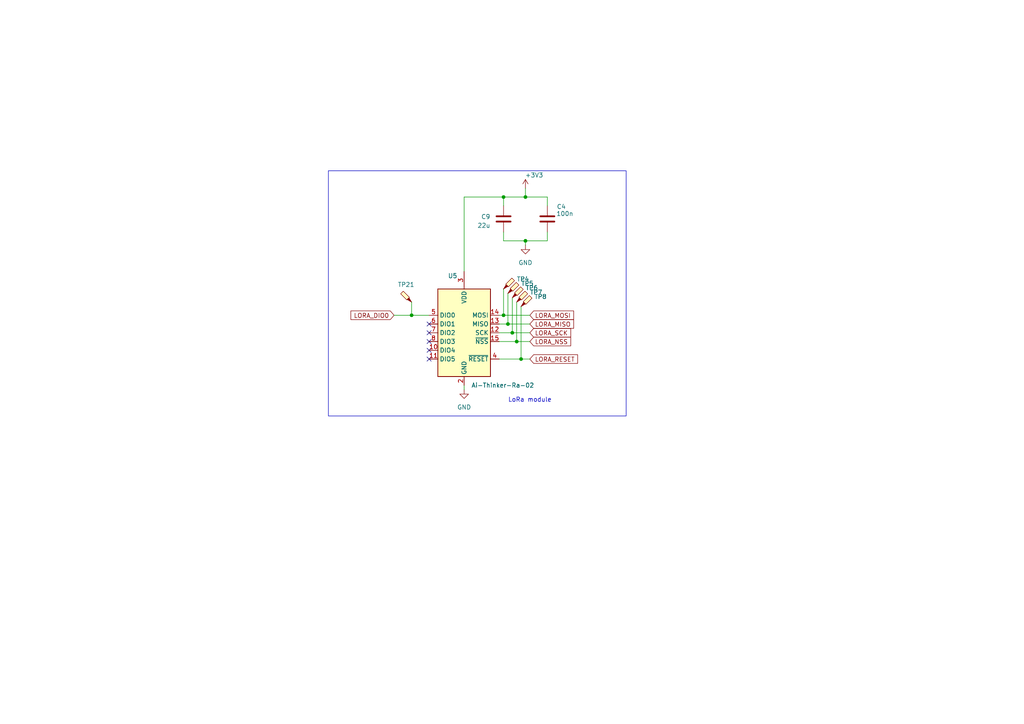
<source format=kicad_sch>
(kicad_sch (version 20231120) (generator "eeschema") (generator_version "8.0")
  (paper "A4")
  (lib_symbols
    (symbol "Connector:TestPoint_Probe" (pin_numbers hide) (pin_names (offset 0.762) hide)
      (property "Reference" "TP" (at 1.651 5.842 0))
      (property "Value" "TestPoint_Probe" (at 1.651 4.064 0))
      (symbol "TestPoint_Probe_0_1"
        (polyline (pts (xy 1.27 0.762) (xy 0 0) (xy 0.762 1.27) (xy 1.27 0.762)) (fill (type outline)))
        (polyline (pts (xy 1.397 0.635) (xy 0.635 1.397) (xy 2.413 3.175) (xy 3.175 2.413) (xy 1.397 0.635)) (fill (type background)))
      )
      (symbol "TestPoint_Probe_1_1"
        (pin passive line (at 0 0 90) (length 0) (name "1") (number "1"))
      )
    )
    (symbol "Device:C" (pin_numbers hide) (pin_names (offset 0.254))
      (property "Reference" "C" (at 0.635 2.54 0))
      (property "Value" "C" (at 0.635 -2.54 0))
      (symbol "C_0_1"
        (polyline (pts (xy -2.032 -0.762) (xy 2.032 -0.762)) (stroke (width 0.508)))
        (polyline (pts (xy -2.032 0.762) (xy 2.032 0.762)) (stroke (width 0.508)))
      )
      (symbol "C_1_1"
        (pin passive line (at 0 3.81 270) (length 2.794) (name "~") (number "1"))
        (pin passive line (at 0 -3.81 90) (length 2.794) (name "~") (number "2"))
      )
    )
    (symbol "RF_Module:Ai-Thinker-Ra-02"
      (property "Reference" "U" (at 2.54 19.05 0))
      (property "Value" "Ai-Thinker-Ra-02" (at 13.97 -15.24 0))
      (symbol "Ai-Thinker-Ra-02_0_1"
        (rectangle (start -7.62 12.7) (end 7.62 -12.7) (stroke (width 0.254)) (fill (type background)))
      )
      (symbol "Ai-Thinker-Ra-02_1_1"
        (pin passive line (at 0 -15.24 90) (length 2.54) hide (name "GND") (number "1"))
        (pin bidirectional line (at 10.16 -5.08 180) (length 2.54) (name "DIO4") (number "10"))
        (pin bidirectional line (at 10.16 -7.62 180) (length 2.54) (name "DIO5") (number "11"))
        (pin input line (at -10.16 0 0) (length 2.54) (name "SCK") (number "12"))
        (pin output line (at -10.16 2.54 0) (length 2.54) (name "MISO") (number "13"))
        (pin input line (at -10.16 5.08 0) (length 2.54) (name "MOSI") (number "14"))
        (pin input line (at -10.16 -2.54 0) (length 2.54) (name "~{NSS}") (number "15"))
        (pin passive line (at 0 -15.24 90) (length 2.54) hide (name "GND") (number "16"))
        (pin power_in line (at 0 -15.24 90) (length 2.54) (name "GND") (number "2"))
        (pin power_in line (at 0 17.78 270) (length 5.08) (name "VDD") (number "3"))
        (pin input line (at -10.16 -7.62 0) (length 2.54) (name "~{RESET}") (number "4"))
        (pin bidirectional line (at 10.16 5.08 180) (length 2.54) (name "DIO0") (number "5"))
        (pin bidirectional line (at 10.16 2.54 180) (length 2.54) (name "DIO1") (number "6"))
        (pin bidirectional line (at 10.16 0 180) (length 2.54) (name "DIO2") (number "7"))
        (pin bidirectional line (at 10.16 -2.54 180) (length 2.54) (name "DIO3") (number "8"))
        (pin passive line (at 0 -15.24 90) (length 2.54) hide (name "GND") (number "9"))
      )
    )
    (symbol "power:+3V3" (power) (pin_names (offset 0))
      (property "Value" "+3V3" (at 0 3.556 0))
      (symbol "+3V3_0_1"
        (polyline (pts (xy -0.762 1.27) (xy 0 2.54)))
        (polyline (pts (xy 0 0) (xy 0 2.54)))
        (polyline (pts (xy 0 2.54) (xy 0.762 1.27)))
      )
      (symbol "+3V3_1_1"
        (pin power_in line (at 0 0 90) (length 0) hide (name "+3V3") (number "1"))
      )
    )
    (symbol "power:GND" (power) (pin_names (offset 0))
      (property "Value" "GND" (at 0 -3.81 0))
      (symbol "GND_0_1"
        (polyline (pts (xy 0 0) (xy 0 -1.27) (xy 1.27 -1.27) (xy 0 -2.54) (xy -1.27 -1.27) (xy 0 -1.27)))
      )
      (symbol "GND_1_1"
        (pin power_in line (at 0 0 270) (length 0) hide (name "GND") (number "1"))
      )
    )
  )
  (junction (at 149.86 99.06))
  (junction (at 146.05 57.15))
  (junction (at 148.59 96.52))
  (junction (at 152.4 69.85))
  (junction (at 147.32 93.98))
  (junction (at 119.38 91.44))
  (junction (at 151.13 104.14))
  (junction (at 152.4 57.15))
  (junction (at 146.05 91.44))
  (no_connect (at 124.46 104.14))
  (no_connect (at 124.46 96.52))
  (no_connect (at 124.46 93.98))
  (no_connect (at 124.46 99.06))
  (no_connect (at 124.46 101.6))
  (wire (pts (xy 146.05 69.85) (xy 146.05 67.31)))
  (wire (pts (xy 134.62 57.15) (xy 146.05 57.15)))
  (wire (pts (xy 114.3 91.44) (xy 119.38 91.44)))
  (wire (pts (xy 144.78 91.44) (xy 146.05 91.44)))
  (wire (pts (xy 146.05 83.82) (xy 146.05 91.44)))
  (wire (pts (xy 147.32 93.98) (xy 153.67 93.98)))
  (wire (pts (xy 152.4 69.85) (xy 146.05 69.85)))
  (wire (pts (xy 148.59 86.36) (xy 148.59 96.52)))
  (wire (pts (xy 149.86 99.06) (xy 153.67 99.06)))
  (wire (pts (xy 134.62 111.76) (xy 134.62 113.03)))
  (wire (pts (xy 144.78 93.98) (xy 147.32 93.98)))
  (wire (pts (xy 144.78 96.52) (xy 148.59 96.52)))
  (wire (pts (xy 149.86 87.63) (xy 149.86 99.06)))
  (wire (pts (xy 146.05 91.44) (xy 153.67 91.44)))
  (wire (pts (xy 158.75 57.15) (xy 158.75 59.69)))
  (wire (pts (xy 158.75 69.85) (xy 152.4 69.85)))
  (wire (pts (xy 148.59 96.52) (xy 153.67 96.52)))
  (wire (pts (xy 134.62 57.15) (xy 134.62 78.74)))
  (wire (pts (xy 158.75 57.15) (xy 152.4 57.15)))
  (wire (pts (xy 158.75 67.31) (xy 158.75 69.85)))
  (wire (pts (xy 152.4 54.61) (xy 152.4 57.15)))
  (wire (pts (xy 146.05 57.15) (xy 146.05 59.69)))
  (wire (pts (xy 144.78 104.14) (xy 151.13 104.14)))
  (wire (pts (xy 147.32 85.09) (xy 147.32 93.98)))
  (wire (pts (xy 144.78 99.06) (xy 149.86 99.06)))
  (wire (pts (xy 152.4 69.85) (xy 152.4 71.12)))
  (wire (pts (xy 119.38 91.44) (xy 124.46 91.44)))
  (wire (pts (xy 119.38 87.63) (xy 119.38 91.44)))
  (wire (pts (xy 151.13 88.9) (xy 151.13 104.14)))
  (wire (pts (xy 152.4 57.15) (xy 146.05 57.15)))
  (wire (pts (xy 151.13 104.14) (xy 153.67 104.14)))
  (rectangle (start 95.25 49.53) (end 181.61 120.65))
  (text "LoRa module" (at 160.02 116.84 0) (effects (font (size 1.27 1.27)) (justify right bottom)))
  (global_label "LORA_DIO0" (shape input) (at 114.3 91.44 180) (property "Intersheetrefs" "${INTERSHEET_REFS}" (effects (hide yes))))
  (global_label "LORA_MOSI" (shape input) (at 153.67 91.44 0) (property "Intersheetrefs" "${INTERSHEET_REFS}" (effects (hide yes))))
  (global_label "LORA_SCK" (shape input) (at 153.67 96.52 0) (property "Intersheetrefs" "${INTERSHEET_REFS}" (effects (hide yes))))
  (global_label "LORA_NSS" (shape input) (at 153.67 99.06 0) (property "Intersheetrefs" "${INTERSHEET_REFS}" (effects (hide yes))))
  (global_label "LORA_RESET" (shape input) (at 153.67 104.14 0) (property "Intersheetrefs" "${INTERSHEET_REFS}" (effects (hide yes))))
  (global_label "LORA_MISO" (shape input) (at 153.67 93.98 0) (property "Intersheetrefs" "${INTERSHEET_REFS}" (effects (hide yes))))
  (symbol (lib_id "Device:C") (at 146.05 63.5 0) (mirror y) (unit 1)
    (property "Reference" "C9" (at 142.24 62.865 0) (effects (justify left)))
    (property "Value" "22u" (at 142.24 65.405 0) (effects (justify left)))
    (property "Footprint" "Capacitor_SMD:C_0603_1608Metric" (effects (hide yes)))
    (property "JLCPCB Part" "C59461" (effects (hide yes)))
    (property "MFR.Part" "CL10A226MQ8NRNC" (effects (hide yes)))
    (instances (project "lora_4-20_10v_i2c" (path "" (reference "C9") (unit 1)) (path "" (reference "C9") (unit 1))) (project "lora_node" (path "" (reference "C3") (unit 1))) (project "esp32_lora_car_battery" (path "" (reference "C10") (unit 1))))
  )
  (symbol (lib_id "power:GND") (at 134.62 113.03 0) (mirror y) (unit 1)
    (property "Reference" "#PWR045" (effects (hide yes)))
    (property "Value" "GND" (at 134.62 118.11 0))
    (instances (project "lora_4-20_10v_i2c" (path "" (reference "#PWR045") (unit 1)) (path "" (reference "#PWR045") (unit 1))) (project "lora_node" (path "" (reference "#PWR06") (unit 1))) (project "esp32_lora_car_battery" (path "" (reference "#PWR022") (unit 1))))
  )
  (symbol (lib_id "Device:C") (at 158.75 63.5 0) (unit 1)
    (property "Reference" "C4" (at 162.814 59.944 0))
    (property "Value" "100n" (at 163.83 61.976 0))
    (property "Footprint" "Capacitor_SMD:C_0402_1005Metric" (effects (hide yes)))
    (property "Voltage" "16" (effects (hide yes)))
    (property "JLCPCB Part" "C1525" (effects (hide yes)))
    (property "MFR.Part" "CL05B104KO5NNNC" (effects (hide yes)))
  )
  (symbol (lib_id "power:+3V3") (at 152.4 54.61 0) (unit 1)
    (property "Reference" "#PWR04" (effects (hide yes)))
    (property "Value" "+3V3" (at 154.94 50.8 0))
  )
  (symbol (lib_id "power:GND") (at 152.4 71.12 0) (mirror y) (unit 1)
    (property "Reference" "#PWR046" (effects (hide yes)))
    (property "Value" "GND" (at 152.4 76.2 0))
    (instances (project "lora_4-20_10v_i2c" (path "" (reference "#PWR046") (unit 1)) (path "" (reference "#PWR046") (unit 1))) (project "lora_node" (path "" (reference "#PWR05") (unit 1))) (project "esp32_lora_car_battery" (path "" (reference "#PWR023") (unit 1))))
  )
  (symbol (lib_id "Connector:TestPoint_Probe") (at 146.05 83.82 0) (unit 1)
    (property "Reference" "TP4" (at 149.86 80.9625 0) (effects (justify left)))
    (property "Value" "TestPoint_Probe" (effects (hide yes)))
    (property "Footprint" "TestPoint:TestPoint_Pad_D1.0mm" (effects (hide yes)))
  )
  (symbol (lib_id "Connector:TestPoint_Probe") (at 151.13 88.9 0) (unit 1)
    (property "Reference" "TP8" (at 154.94 86.0425 0) (effects (justify left)))
    (property "Value" "TestPoint_Probe" (effects (hide yes)))
    (property "Footprint" "TestPoint:TestPoint_Pad_D1.0mm" (effects (hide yes)))
  )
  (symbol (lib_id "Connector:TestPoint_Probe") (at 149.86 87.63 0) (unit 1)
    (property "Reference" "TP7" (at 153.67 84.7725 0) (effects (justify left)))
    (property "Value" "TestPoint_Probe" (effects (hide yes)))
    (property "Footprint" "TestPoint:TestPoint_Pad_D1.0mm" (effects (hide yes)))
  )
  (symbol (lib_id "Connector:TestPoint_Probe") (at 119.38 87.63 90) (unit 1)
    (property "Reference" "TP21" (at 117.7925 82.55 90))
    (property "Value" "TestPoint_Probe" (effects (hide yes)))
    (property "Footprint" "TestPoint:TestPoint_Pad_D1.0mm" (effects (hide yes)))
  )
  (symbol (lib_id "Connector:TestPoint_Probe") (at 147.32 85.09 0) (unit 1)
    (property "Reference" "TP5" (at 151.13 82.2325 0) (effects (justify left)))
    (property "Value" "TestPoint_Probe" (effects (hide yes)))
    (property "Footprint" "TestPoint:TestPoint_Pad_D1.0mm" (effects (hide yes)))
  )
  (symbol (lib_id "Connector:TestPoint_Probe") (at 148.59 86.36 0) (unit 1)
    (property "Reference" "TP6" (at 152.4 83.5025 0) (effects (justify left)))
    (property "Value" "TestPoint_Probe" (effects (hide yes)))
    (property "Footprint" "TestPoint:TestPoint_Pad_D1.0mm" (effects (hide yes)))
  )
  (symbol (lib_id "RF_Module:Ai-Thinker-Ra-02") (at 134.62 96.52 0) (mirror y) (unit 1)
    (property "Reference" "U5" (at 132.6641 80.01 0) (effects (justify left)))
    (property "Value" "Ai-Thinker-Ra-02" (at 154.94 111.76 0) (effects (justify left)))
    (property "Footprint" "RF_Module:Ai-Thinker-Ra-01-LoRa" (effects (hide yes)))
    (property "Datasheet" "http://wiki.ai-thinker.com/_media/lora/docs/c048ps01a1_ra-02_product_specification_v1.1.pdf" (effects (hide yes)))
    (property "JLCPCB Part" "C90039" (effects (hide yes)))
    (property "MFR.Part" "Ra-02" (effects (hide yes)))
    (property "Extended" "YES" (effects (hide yes)))
    (instances (project "lora_4-20_10v_i2c" (path "" (reference "U5") (unit 1)) (path "" (reference "U5") (unit 1))) (project "lora_node" (path "" (reference "U2") (unit 1))) (project "esp32_lora_car_battery" (path "" (reference "U1") (unit 1))))
  )
)
</source>
